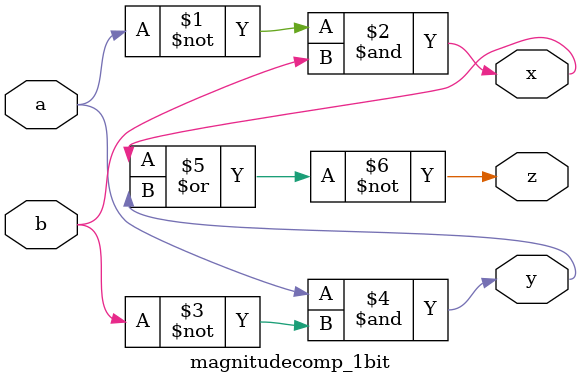
<source format=v>
module magnitudecomp_1bit (a,b,z,x,y);
input a,b;
output z,x,y;

assign x = (~a)&b;
assign y = a&(~b);
assign z = ~(x|y);
    
endmodule
</source>
